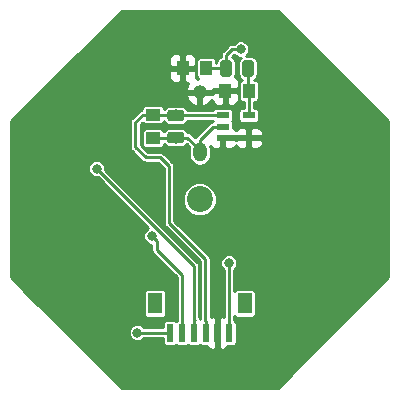
<source format=gbr>
G04 #@! TF.GenerationSoftware,KiCad,Pcbnew,(5.0.0)*
G04 #@! TF.CreationDate,2018-11-17T14:05:54+01:00*
G04 #@! TF.ProjectId,refPhotoDiode_MDversion,72656650686F746F44696F64655F4D44,rev?*
G04 #@! TF.SameCoordinates,Original*
G04 #@! TF.FileFunction,Copper,L2,Bot,Signal*
G04 #@! TF.FilePolarity,Positive*
%FSLAX46Y46*%
G04 Gerber Fmt 4.6, Leading zero omitted, Abs format (unit mm)*
G04 Created by KiCad (PCBNEW (5.0.0)) date 11/17/18 14:05:54*
%MOMM*%
%LPD*%
G01*
G04 APERTURE LIST*
G04 #@! TA.AperFunction,SMDPad,CuDef*
%ADD10R,1.000000X1.250000*%
G04 #@! TD*
G04 #@! TA.AperFunction,Conductor*
%ADD11C,0.100000*%
G04 #@! TD*
G04 #@! TA.AperFunction,SMDPad,CuDef*
%ADD12C,0.975000*%
G04 #@! TD*
G04 #@! TA.AperFunction,SMDPad,CuDef*
%ADD13R,3.300000X0.750000*%
G04 #@! TD*
G04 #@! TA.AperFunction,SMDPad,CuDef*
%ADD14R,0.750000X3.300000*%
G04 #@! TD*
G04 #@! TA.AperFunction,SMDPad,CuDef*
%ADD15C,0.750000*%
G04 #@! TD*
G04 #@! TA.AperFunction,SMDPad,CuDef*
%ADD16R,1.100000X0.600000*%
G04 #@! TD*
G04 #@! TA.AperFunction,SMDPad,CuDef*
%ADD17R,1.250000X1.000000*%
G04 #@! TD*
G04 #@! TA.AperFunction,ComponentPad*
%ADD18O,1.200000X1.600000*%
G04 #@! TD*
G04 #@! TA.AperFunction,ComponentPad*
%ADD19O,1.200000X1.200000*%
G04 #@! TD*
G04 #@! TA.AperFunction,WasherPad*
%ADD20C,2.200000*%
G04 #@! TD*
G04 #@! TA.AperFunction,SMDPad,CuDef*
%ADD21R,0.600000X1.550000*%
G04 #@! TD*
G04 #@! TA.AperFunction,SMDPad,CuDef*
%ADD22R,1.200000X1.800000*%
G04 #@! TD*
G04 #@! TA.AperFunction,ViaPad*
%ADD23C,0.800000*%
G04 #@! TD*
G04 #@! TA.AperFunction,Conductor*
%ADD24C,0.250000*%
G04 #@! TD*
G04 #@! TA.AperFunction,Conductor*
%ADD25C,0.254000*%
G04 #@! TD*
G04 APERTURE END LIST*
D10*
G04 #@! TO.P,C3,1*
G04 #@! TO.N,Net-(C3-Pad1)*
X154170000Y-85815000D03*
G04 #@! TO.P,C3,2*
G04 #@! TO.N,GND*
X152170000Y-85815000D03*
G04 #@! TD*
D11*
G04 #@! TO.N,+5V*
G04 #@! TO.C,L1*
G36*
X152500142Y-83206174D02*
X152523803Y-83209684D01*
X152547007Y-83215496D01*
X152569529Y-83223554D01*
X152591153Y-83233782D01*
X152611670Y-83246079D01*
X152630883Y-83260329D01*
X152648607Y-83276393D01*
X152664671Y-83294117D01*
X152678921Y-83313330D01*
X152691218Y-83333847D01*
X152701446Y-83355471D01*
X152709504Y-83377993D01*
X152715316Y-83401197D01*
X152718826Y-83424858D01*
X152720000Y-83448750D01*
X152720000Y-84361250D01*
X152718826Y-84385142D01*
X152715316Y-84408803D01*
X152709504Y-84432007D01*
X152701446Y-84454529D01*
X152691218Y-84476153D01*
X152678921Y-84496670D01*
X152664671Y-84515883D01*
X152648607Y-84533607D01*
X152630883Y-84549671D01*
X152611670Y-84563921D01*
X152591153Y-84576218D01*
X152569529Y-84586446D01*
X152547007Y-84594504D01*
X152523803Y-84600316D01*
X152500142Y-84603826D01*
X152476250Y-84605000D01*
X151988750Y-84605000D01*
X151964858Y-84603826D01*
X151941197Y-84600316D01*
X151917993Y-84594504D01*
X151895471Y-84586446D01*
X151873847Y-84576218D01*
X151853330Y-84563921D01*
X151834117Y-84549671D01*
X151816393Y-84533607D01*
X151800329Y-84515883D01*
X151786079Y-84496670D01*
X151773782Y-84476153D01*
X151763554Y-84454529D01*
X151755496Y-84432007D01*
X151749684Y-84408803D01*
X151746174Y-84385142D01*
X151745000Y-84361250D01*
X151745000Y-83448750D01*
X151746174Y-83424858D01*
X151749684Y-83401197D01*
X151755496Y-83377993D01*
X151763554Y-83355471D01*
X151773782Y-83333847D01*
X151786079Y-83313330D01*
X151800329Y-83294117D01*
X151816393Y-83276393D01*
X151834117Y-83260329D01*
X151853330Y-83246079D01*
X151873847Y-83233782D01*
X151895471Y-83223554D01*
X151917993Y-83215496D01*
X151941197Y-83209684D01*
X151964858Y-83206174D01*
X151988750Y-83205000D01*
X152476250Y-83205000D01*
X152500142Y-83206174D01*
X152500142Y-83206174D01*
G37*
D12*
G04 #@! TD*
G04 #@! TO.P,L1,1*
G04 #@! TO.N,+5V*
X152232500Y-83905000D03*
D11*
G04 #@! TO.N,Net-(C3-Pad1)*
G04 #@! TO.C,L1*
G36*
X154375142Y-83206174D02*
X154398803Y-83209684D01*
X154422007Y-83215496D01*
X154444529Y-83223554D01*
X154466153Y-83233782D01*
X154486670Y-83246079D01*
X154505883Y-83260329D01*
X154523607Y-83276393D01*
X154539671Y-83294117D01*
X154553921Y-83313330D01*
X154566218Y-83333847D01*
X154576446Y-83355471D01*
X154584504Y-83377993D01*
X154590316Y-83401197D01*
X154593826Y-83424858D01*
X154595000Y-83448750D01*
X154595000Y-84361250D01*
X154593826Y-84385142D01*
X154590316Y-84408803D01*
X154584504Y-84432007D01*
X154576446Y-84454529D01*
X154566218Y-84476153D01*
X154553921Y-84496670D01*
X154539671Y-84515883D01*
X154523607Y-84533607D01*
X154505883Y-84549671D01*
X154486670Y-84563921D01*
X154466153Y-84576218D01*
X154444529Y-84586446D01*
X154422007Y-84594504D01*
X154398803Y-84600316D01*
X154375142Y-84603826D01*
X154351250Y-84605000D01*
X153863750Y-84605000D01*
X153839858Y-84603826D01*
X153816197Y-84600316D01*
X153792993Y-84594504D01*
X153770471Y-84586446D01*
X153748847Y-84576218D01*
X153728330Y-84563921D01*
X153709117Y-84549671D01*
X153691393Y-84533607D01*
X153675329Y-84515883D01*
X153661079Y-84496670D01*
X153648782Y-84476153D01*
X153638554Y-84454529D01*
X153630496Y-84432007D01*
X153624684Y-84408803D01*
X153621174Y-84385142D01*
X153620000Y-84361250D01*
X153620000Y-83448750D01*
X153621174Y-83424858D01*
X153624684Y-83401197D01*
X153630496Y-83377993D01*
X153638554Y-83355471D01*
X153648782Y-83333847D01*
X153661079Y-83313330D01*
X153675329Y-83294117D01*
X153691393Y-83276393D01*
X153709117Y-83260329D01*
X153728330Y-83246079D01*
X153748847Y-83233782D01*
X153770471Y-83223554D01*
X153792993Y-83215496D01*
X153816197Y-83209684D01*
X153839858Y-83206174D01*
X153863750Y-83205000D01*
X154351250Y-83205000D01*
X154375142Y-83206174D01*
X154375142Y-83206174D01*
G37*
D12*
G04 #@! TD*
G04 #@! TO.P,L1,2*
G04 #@! TO.N,Net-(C3-Pad1)*
X154107500Y-83905000D03*
D13*
G04 #@! TO.P,U2,1*
G04 #@! TO.N,GND*
X150000000Y-80350000D03*
X150000000Y-92650000D03*
D14*
X143370000Y-86500000D03*
X156630000Y-86500000D03*
D15*
X155355000Y-80350000D03*
D11*
G04 #@! TD*
G04 #@! TO.N,GND*
G04 #@! TO.C,U2*
G36*
X156255000Y-83275000D02*
X156255000Y-80725000D01*
X153705000Y-80725000D01*
X153705000Y-79975000D01*
X157005000Y-79975000D01*
X157005000Y-83275000D01*
X156255000Y-83275000D01*
X156255000Y-83275000D01*
G37*
D15*
G04 #@! TO.P,U2,1*
G04 #@! TO.N,GND*
X144645000Y-92650000D03*
D11*
G04 #@! TD*
G04 #@! TO.N,GND*
G04 #@! TO.C,U2*
G36*
X143745000Y-89725000D02*
X143745000Y-92275000D01*
X146295000Y-92275000D01*
X146295000Y-93025000D01*
X142995000Y-93025000D01*
X142995000Y-89725000D01*
X143745000Y-89725000D01*
X143745000Y-89725000D01*
G37*
D15*
G04 #@! TO.P,U2,1*
G04 #@! TO.N,GND*
X143370000Y-81625000D03*
D11*
G04 #@! TD*
G04 #@! TO.N,GND*
G04 #@! TO.C,U2*
G36*
X146295000Y-80725000D02*
X143745000Y-80725000D01*
X143745000Y-83275000D01*
X142995000Y-83275000D01*
X142995000Y-79975000D01*
X146295000Y-79975000D01*
X146295000Y-80725000D01*
X146295000Y-80725000D01*
G37*
D15*
G04 #@! TO.P,U2,1*
G04 #@! TO.N,GND*
X156630000Y-91375000D03*
D11*
G04 #@! TD*
G04 #@! TO.N,GND*
G04 #@! TO.C,U2*
G36*
X153705000Y-92275000D02*
X156255000Y-92275000D01*
X156255000Y-89725000D01*
X157005000Y-89725000D01*
X157005000Y-93025000D01*
X153705000Y-93025000D01*
X153705000Y-92275000D01*
X153705000Y-92275000D01*
G37*
D16*
G04 #@! TO.P,U1,1*
G04 #@! TO.N,GND*
X151950000Y-89800000D03*
G04 #@! TO.P,U1,3*
G04 #@! TO.N,/A*
X151950000Y-87900000D03*
G04 #@! TO.P,U1,2*
G04 #@! TO.N,Net-(C1-Pad2)*
X151950000Y-88850000D03*
G04 #@! TO.P,U1,4*
G04 #@! TO.N,Net-(C3-Pad1)*
X154150000Y-87900000D03*
G04 #@! TO.P,U1,5*
G04 #@! TO.N,GND*
X154150000Y-89800000D03*
G04 #@! TD*
D10*
G04 #@! TO.P,C2,2*
G04 #@! TO.N,GND*
X148560000Y-83885000D03*
G04 #@! TO.P,C2,1*
G04 #@! TO.N,+5V*
X150560000Y-83885000D03*
G04 #@! TD*
D17*
G04 #@! TO.P,C1,1*
G04 #@! TO.N,/A*
X146061528Y-87828852D03*
G04 #@! TO.P,C1,2*
G04 #@! TO.N,Net-(C1-Pad2)*
X146061528Y-89828852D03*
G04 #@! TD*
D18*
G04 #@! TO.P,D1,1*
G04 #@! TO.N,Net-(C1-Pad2)*
X150000000Y-91000000D03*
D19*
G04 #@! TO.P,D1,2*
G04 #@! TO.N,GND*
X150000000Y-85920000D03*
G04 #@! TD*
D11*
G04 #@! TO.N,Net-(C1-Pad2)*
G04 #@! TO.C,R1*
G36*
X148441670Y-89280026D02*
X148465331Y-89283536D01*
X148488535Y-89289348D01*
X148511057Y-89297406D01*
X148532681Y-89307634D01*
X148553198Y-89319931D01*
X148572411Y-89334181D01*
X148590135Y-89350245D01*
X148606199Y-89367969D01*
X148620449Y-89387182D01*
X148632746Y-89407699D01*
X148642974Y-89429323D01*
X148651032Y-89451845D01*
X148656844Y-89475049D01*
X148660354Y-89498710D01*
X148661528Y-89522602D01*
X148661528Y-90010102D01*
X148660354Y-90033994D01*
X148656844Y-90057655D01*
X148651032Y-90080859D01*
X148642974Y-90103381D01*
X148632746Y-90125005D01*
X148620449Y-90145522D01*
X148606199Y-90164735D01*
X148590135Y-90182459D01*
X148572411Y-90198523D01*
X148553198Y-90212773D01*
X148532681Y-90225070D01*
X148511057Y-90235298D01*
X148488535Y-90243356D01*
X148465331Y-90249168D01*
X148441670Y-90252678D01*
X148417778Y-90253852D01*
X147505278Y-90253852D01*
X147481386Y-90252678D01*
X147457725Y-90249168D01*
X147434521Y-90243356D01*
X147411999Y-90235298D01*
X147390375Y-90225070D01*
X147369858Y-90212773D01*
X147350645Y-90198523D01*
X147332921Y-90182459D01*
X147316857Y-90164735D01*
X147302607Y-90145522D01*
X147290310Y-90125005D01*
X147280082Y-90103381D01*
X147272024Y-90080859D01*
X147266212Y-90057655D01*
X147262702Y-90033994D01*
X147261528Y-90010102D01*
X147261528Y-89522602D01*
X147262702Y-89498710D01*
X147266212Y-89475049D01*
X147272024Y-89451845D01*
X147280082Y-89429323D01*
X147290310Y-89407699D01*
X147302607Y-89387182D01*
X147316857Y-89367969D01*
X147332921Y-89350245D01*
X147350645Y-89334181D01*
X147369858Y-89319931D01*
X147390375Y-89307634D01*
X147411999Y-89297406D01*
X147434521Y-89289348D01*
X147457725Y-89283536D01*
X147481386Y-89280026D01*
X147505278Y-89278852D01*
X148417778Y-89278852D01*
X148441670Y-89280026D01*
X148441670Y-89280026D01*
G37*
D12*
G04 #@! TD*
G04 #@! TO.P,R1,1*
G04 #@! TO.N,Net-(C1-Pad2)*
X147961528Y-89766352D03*
D11*
G04 #@! TO.N,/A*
G04 #@! TO.C,R1*
G36*
X148441670Y-87405026D02*
X148465331Y-87408536D01*
X148488535Y-87414348D01*
X148511057Y-87422406D01*
X148532681Y-87432634D01*
X148553198Y-87444931D01*
X148572411Y-87459181D01*
X148590135Y-87475245D01*
X148606199Y-87492969D01*
X148620449Y-87512182D01*
X148632746Y-87532699D01*
X148642974Y-87554323D01*
X148651032Y-87576845D01*
X148656844Y-87600049D01*
X148660354Y-87623710D01*
X148661528Y-87647602D01*
X148661528Y-88135102D01*
X148660354Y-88158994D01*
X148656844Y-88182655D01*
X148651032Y-88205859D01*
X148642974Y-88228381D01*
X148632746Y-88250005D01*
X148620449Y-88270522D01*
X148606199Y-88289735D01*
X148590135Y-88307459D01*
X148572411Y-88323523D01*
X148553198Y-88337773D01*
X148532681Y-88350070D01*
X148511057Y-88360298D01*
X148488535Y-88368356D01*
X148465331Y-88374168D01*
X148441670Y-88377678D01*
X148417778Y-88378852D01*
X147505278Y-88378852D01*
X147481386Y-88377678D01*
X147457725Y-88374168D01*
X147434521Y-88368356D01*
X147411999Y-88360298D01*
X147390375Y-88350070D01*
X147369858Y-88337773D01*
X147350645Y-88323523D01*
X147332921Y-88307459D01*
X147316857Y-88289735D01*
X147302607Y-88270522D01*
X147290310Y-88250005D01*
X147280082Y-88228381D01*
X147272024Y-88205859D01*
X147266212Y-88182655D01*
X147262702Y-88158994D01*
X147261528Y-88135102D01*
X147261528Y-87647602D01*
X147262702Y-87623710D01*
X147266212Y-87600049D01*
X147272024Y-87576845D01*
X147280082Y-87554323D01*
X147290310Y-87532699D01*
X147302607Y-87512182D01*
X147316857Y-87492969D01*
X147332921Y-87475245D01*
X147350645Y-87459181D01*
X147369858Y-87444931D01*
X147390375Y-87432634D01*
X147411999Y-87422406D01*
X147434521Y-87414348D01*
X147457725Y-87408536D01*
X147481386Y-87405026D01*
X147505278Y-87403852D01*
X148417778Y-87403852D01*
X148441670Y-87405026D01*
X148441670Y-87405026D01*
G37*
D12*
G04 #@! TD*
G04 #@! TO.P,R1,2*
G04 #@! TO.N,/A*
X147961528Y-87891352D03*
D20*
G04 #@! TO.P,REF\002A\002A,*
G04 #@! TO.N,*
X150000000Y-95000000D03*
G04 #@! TD*
D21*
G04 #@! TO.P,J3,1*
G04 #@! TO.N,+5V*
X152500000Y-106325000D03*
G04 #@! TO.P,J3,2*
G04 #@! TO.N,GND*
X151500000Y-106325000D03*
G04 #@! TO.P,J3,3*
G04 #@! TO.N,/A*
X150500000Y-106325000D03*
G04 #@! TO.P,J3,4*
G04 #@! TO.N,/R*
X149500000Y-106325000D03*
G04 #@! TO.P,J3,5*
G04 #@! TO.N,/G*
X148500000Y-106325000D03*
G04 #@! TO.P,J3,6*
G04 #@! TO.N,/B*
X147500000Y-106325000D03*
D22*
G04 #@! TO.P,J3,MP*
G04 #@! TO.N,N/C*
X153800000Y-103800000D03*
X146200000Y-103800000D03*
G04 #@! TD*
D23*
G04 #@! TO.N,+5V*
X152475000Y-100375000D03*
X153460000Y-82275000D03*
G04 #@! TO.N,GND*
X149500000Y-88875000D03*
X161050000Y-86750000D03*
X140975000Y-86550000D03*
X135400000Y-97725000D03*
X141125000Y-105750000D03*
X159250000Y-105025000D03*
X145050000Y-81650000D03*
X163975000Y-95525000D03*
X136525000Y-89300000D03*
X151375000Y-102300000D03*
X146125000Y-95575000D03*
X152600000Y-97425000D03*
G04 #@! TO.N,/R*
X141275000Y-92400000D03*
G04 #@! TO.N,/B*
X144725000Y-106275000D03*
G04 #@! TO.N,/G*
X145949695Y-98100000D03*
G04 #@! TD*
D24*
G04 #@! TO.N,Net-(C1-Pad2)*
X146125000Y-89762500D02*
X146187500Y-89825000D01*
X151150000Y-88850000D02*
X151950000Y-88850000D01*
X151100000Y-88850000D02*
X151150000Y-88850000D01*
X150000000Y-89950000D02*
X151100000Y-88850000D01*
X150000000Y-91000000D02*
X150000000Y-89950000D01*
X147899028Y-89828852D02*
X147961528Y-89766352D01*
X146061528Y-89828852D02*
X147899028Y-89828852D01*
X150000000Y-90800000D02*
X150000000Y-91000000D01*
X148966352Y-89766352D02*
X150000000Y-90800000D01*
X147961528Y-89766352D02*
X148966352Y-89766352D01*
G04 #@! TO.N,+5V*
X152500000Y-105300000D02*
X152475000Y-105275000D01*
X152500000Y-106325000D02*
X152500000Y-105300000D01*
X152475000Y-105275000D02*
X152475000Y-100375000D01*
X150580000Y-83905000D02*
X150560000Y-83885000D01*
X152232500Y-83905000D02*
X150580000Y-83905000D01*
X152232500Y-83905000D02*
X152232500Y-82772500D01*
X152232500Y-82772500D02*
X152730000Y-82275000D01*
X152730000Y-82275000D02*
X153460000Y-82275000D01*
G04 #@! TO.N,/R*
X149500000Y-106325000D02*
X149500000Y-105300000D01*
X149500000Y-105300000D02*
X149575001Y-105224999D01*
X149500000Y-105224998D02*
X149500000Y-100625000D01*
X149500000Y-100625000D02*
X141275000Y-92400000D01*
G04 #@! TO.N,/B*
X144725000Y-106275000D02*
X147450000Y-106275000D01*
X147450000Y-106275000D02*
X147500000Y-106325000D01*
G04 #@! TO.N,/G*
X148500000Y-101425000D02*
X148500000Y-106325000D01*
X146349694Y-99274694D02*
X148500000Y-101425000D01*
X146349694Y-98499999D02*
X146349694Y-99274694D01*
X145949695Y-98100000D02*
X146349694Y-98499999D01*
G04 #@! TO.N,/A*
X147899028Y-87828852D02*
X147961528Y-87891352D01*
X146061528Y-87828852D02*
X147899028Y-87828852D01*
X151941352Y-87891352D02*
X151950000Y-87900000D01*
X147961528Y-87891352D02*
X151941352Y-87891352D01*
X145186528Y-87828852D02*
X146061528Y-87828852D01*
X144550000Y-88465380D02*
X145186528Y-87828852D01*
X144550000Y-90575000D02*
X144550000Y-88465380D01*
X145425000Y-91450000D02*
X144550000Y-90575000D01*
X146675000Y-91450000D02*
X145425000Y-91450000D01*
X150500000Y-106325000D02*
X150500000Y-105300000D01*
X150475000Y-105275000D02*
X150475000Y-100075000D01*
X150475000Y-100075000D02*
X147400000Y-97000000D01*
X150500000Y-105300000D02*
X150475000Y-105275000D01*
X147400000Y-97000000D02*
X147400000Y-92175000D01*
X147400000Y-92175000D02*
X146675000Y-91450000D01*
G04 #@! TO.N,Net-(C3-Pad1)*
X154107500Y-85752500D02*
X154170000Y-85815000D01*
X154107500Y-83905000D02*
X154107500Y-85752500D01*
X154170000Y-87880000D02*
X154150000Y-87900000D01*
X154170000Y-85815000D02*
X154170000Y-87880000D01*
G04 #@! TD*
D25*
G04 #@! TO.N,GND*
G36*
X165971863Y-88384240D02*
X165971862Y-101615761D01*
X156615763Y-110971862D01*
X143384239Y-110971862D01*
X135312376Y-102900000D01*
X145266594Y-102900000D01*
X145266594Y-104700000D01*
X145291973Y-104827589D01*
X145364246Y-104935754D01*
X145472411Y-105008027D01*
X145600000Y-105033406D01*
X146800000Y-105033406D01*
X146927589Y-105008027D01*
X147035754Y-104935754D01*
X147108027Y-104827589D01*
X147133406Y-104700000D01*
X147133406Y-102900000D01*
X147108027Y-102772411D01*
X147035754Y-102664246D01*
X146927589Y-102591973D01*
X146800000Y-102566594D01*
X145600000Y-102566594D01*
X145472411Y-102591973D01*
X145364246Y-102664246D01*
X145291973Y-102772411D01*
X145266594Y-102900000D01*
X135312376Y-102900000D01*
X134028138Y-101615763D01*
X134028138Y-92255391D01*
X140548000Y-92255391D01*
X140548000Y-92544609D01*
X140658679Y-92811813D01*
X140863187Y-93016321D01*
X141130391Y-93127000D01*
X141362776Y-93127000D01*
X145666274Y-97430498D01*
X145537882Y-97483679D01*
X145333374Y-97688187D01*
X145222695Y-97955391D01*
X145222695Y-98244609D01*
X145333374Y-98511813D01*
X145537882Y-98716321D01*
X145805086Y-98827000D01*
X145897694Y-98827000D01*
X145897695Y-99230172D01*
X145888839Y-99274694D01*
X145923919Y-99451055D01*
X145923920Y-99451056D01*
X146023821Y-99600568D01*
X146061561Y-99625785D01*
X148048000Y-101612225D01*
X148048001Y-105258283D01*
X148000000Y-105290356D01*
X147927589Y-105241973D01*
X147800000Y-105216594D01*
X147200000Y-105216594D01*
X147072411Y-105241973D01*
X146964246Y-105314246D01*
X146891973Y-105422411D01*
X146866594Y-105550000D01*
X146866594Y-105823000D01*
X145301134Y-105823000D01*
X145136813Y-105658679D01*
X144869609Y-105548000D01*
X144580391Y-105548000D01*
X144313187Y-105658679D01*
X144108679Y-105863187D01*
X143998000Y-106130391D01*
X143998000Y-106419609D01*
X144108679Y-106686813D01*
X144313187Y-106891321D01*
X144580391Y-107002000D01*
X144869609Y-107002000D01*
X145136813Y-106891321D01*
X145301134Y-106727000D01*
X146866594Y-106727000D01*
X146866594Y-107100000D01*
X146891973Y-107227589D01*
X146964246Y-107335754D01*
X147072411Y-107408027D01*
X147200000Y-107433406D01*
X147800000Y-107433406D01*
X147927589Y-107408027D01*
X148000000Y-107359644D01*
X148072411Y-107408027D01*
X148200000Y-107433406D01*
X148800000Y-107433406D01*
X148927589Y-107408027D01*
X149000000Y-107359644D01*
X149072411Y-107408027D01*
X149200000Y-107433406D01*
X149800000Y-107433406D01*
X149927589Y-107408027D01*
X150000000Y-107359644D01*
X150072411Y-107408027D01*
X150200000Y-107433406D01*
X150650782Y-107433406D01*
X150661673Y-107459699D01*
X150840302Y-107638327D01*
X151073691Y-107735000D01*
X151214250Y-107735000D01*
X151373000Y-107576250D01*
X151373000Y-106452000D01*
X151353000Y-106452000D01*
X151353000Y-106198000D01*
X151373000Y-106198000D01*
X151373000Y-105073750D01*
X151627000Y-105073750D01*
X151627000Y-106198000D01*
X151647000Y-106198000D01*
X151647000Y-106452000D01*
X151627000Y-106452000D01*
X151627000Y-107576250D01*
X151785750Y-107735000D01*
X151926309Y-107735000D01*
X152159698Y-107638327D01*
X152338327Y-107459699D01*
X152349218Y-107433406D01*
X152800000Y-107433406D01*
X152927589Y-107408027D01*
X153035754Y-107335754D01*
X153108027Y-107227589D01*
X153133406Y-107100000D01*
X153133406Y-105550000D01*
X153108027Y-105422411D01*
X153035754Y-105314246D01*
X152952643Y-105258713D01*
X152949313Y-105241973D01*
X152927000Y-105129797D01*
X152927000Y-104880011D01*
X152964246Y-104935754D01*
X153072411Y-105008027D01*
X153200000Y-105033406D01*
X154400000Y-105033406D01*
X154527589Y-105008027D01*
X154635754Y-104935754D01*
X154708027Y-104827589D01*
X154733406Y-104700000D01*
X154733406Y-102900000D01*
X154708027Y-102772411D01*
X154635754Y-102664246D01*
X154527589Y-102591973D01*
X154400000Y-102566594D01*
X153200000Y-102566594D01*
X153072411Y-102591973D01*
X152964246Y-102664246D01*
X152927000Y-102719989D01*
X152927000Y-100951134D01*
X153091321Y-100786813D01*
X153202000Y-100519609D01*
X153202000Y-100230391D01*
X153091321Y-99963187D01*
X152886813Y-99758679D01*
X152619609Y-99648000D01*
X152330391Y-99648000D01*
X152063187Y-99758679D01*
X151858679Y-99963187D01*
X151748000Y-100230391D01*
X151748000Y-100519609D01*
X151858679Y-100786813D01*
X152023001Y-100951135D01*
X152023000Y-104955051D01*
X151926309Y-104915000D01*
X151785750Y-104915000D01*
X151627000Y-105073750D01*
X151373000Y-105073750D01*
X151214250Y-104915000D01*
X151073691Y-104915000D01*
X150927000Y-104975761D01*
X150927000Y-100119518D01*
X150935855Y-100075000D01*
X150900775Y-99898638D01*
X150826091Y-99786866D01*
X150800874Y-99749126D01*
X150763134Y-99723909D01*
X147852000Y-96812776D01*
X147852000Y-94716152D01*
X148573000Y-94716152D01*
X148573000Y-95283848D01*
X148790247Y-95808331D01*
X149191669Y-96209753D01*
X149716152Y-96427000D01*
X150283848Y-96427000D01*
X150808331Y-96209753D01*
X151209753Y-95808331D01*
X151427000Y-95283848D01*
X151427000Y-94716152D01*
X151209753Y-94191669D01*
X150808331Y-93790247D01*
X150283848Y-93573000D01*
X149716152Y-93573000D01*
X149191669Y-93790247D01*
X148790247Y-94191669D01*
X148573000Y-94716152D01*
X147852000Y-94716152D01*
X147852000Y-92219518D01*
X147860855Y-92175000D01*
X147825775Y-91998638D01*
X147751091Y-91886866D01*
X147725874Y-91849126D01*
X147688133Y-91823908D01*
X147026093Y-91161869D01*
X147000874Y-91124126D01*
X146851362Y-91024225D01*
X146719518Y-90998000D01*
X146675000Y-90989145D01*
X146630482Y-90998000D01*
X145612225Y-90998000D01*
X145002000Y-90387776D01*
X145002000Y-88652604D01*
X145156404Y-88498200D01*
X145200774Y-88564606D01*
X145308939Y-88636879D01*
X145436528Y-88662258D01*
X146686528Y-88662258D01*
X146814117Y-88636879D01*
X146922282Y-88564606D01*
X146994555Y-88456441D01*
X147004794Y-88404967D01*
X147097167Y-88543213D01*
X147284410Y-88668325D01*
X147505278Y-88712258D01*
X148417778Y-88712258D01*
X148638646Y-88668325D01*
X148825889Y-88543213D01*
X148951001Y-88355970D01*
X148953511Y-88343352D01*
X151102505Y-88343352D01*
X151123652Y-88375000D01*
X151112535Y-88391638D01*
X151100000Y-88389145D01*
X151055482Y-88398000D01*
X150923638Y-88424225D01*
X150774126Y-88524126D01*
X150748908Y-88561867D01*
X149711867Y-89598909D01*
X149674127Y-89624126D01*
X149648910Y-89661866D01*
X149648909Y-89661867D01*
X149589701Y-89750477D01*
X149317445Y-89478221D01*
X149292226Y-89440478D01*
X149142714Y-89340577D01*
X149010870Y-89314352D01*
X148966352Y-89305497D01*
X148952305Y-89308291D01*
X148951001Y-89301734D01*
X148825889Y-89114491D01*
X148638646Y-88989379D01*
X148417778Y-88945446D01*
X147505278Y-88945446D01*
X147284410Y-88989379D01*
X147097167Y-89114491D01*
X147004794Y-89252737D01*
X146994555Y-89201263D01*
X146922282Y-89093098D01*
X146814117Y-89020825D01*
X146686528Y-88995446D01*
X145436528Y-88995446D01*
X145308939Y-89020825D01*
X145200774Y-89093098D01*
X145128501Y-89201263D01*
X145103122Y-89328852D01*
X145103122Y-90328852D01*
X145128501Y-90456441D01*
X145200774Y-90564606D01*
X145308939Y-90636879D01*
X145436528Y-90662258D01*
X146686528Y-90662258D01*
X146814117Y-90636879D01*
X146922282Y-90564606D01*
X146994555Y-90456441D01*
X147019934Y-90328852D01*
X147019934Y-90302626D01*
X147097167Y-90418213D01*
X147284410Y-90543325D01*
X147505278Y-90587258D01*
X148417778Y-90587258D01*
X148638646Y-90543325D01*
X148825889Y-90418213D01*
X148887212Y-90326436D01*
X149105597Y-90544822D01*
X149073000Y-90708699D01*
X149073000Y-91291302D01*
X149126785Y-91561697D01*
X149331671Y-91868330D01*
X149638304Y-92073215D01*
X150000000Y-92145161D01*
X150361697Y-92073215D01*
X150668330Y-91868330D01*
X150873215Y-91561697D01*
X150927000Y-91291301D01*
X150927000Y-90708698D01*
X150881394Y-90479419D01*
X151040302Y-90638327D01*
X151273691Y-90735000D01*
X151664250Y-90735000D01*
X151823000Y-90576250D01*
X151823000Y-89927000D01*
X152077000Y-89927000D01*
X152077000Y-90576250D01*
X152235750Y-90735000D01*
X152626309Y-90735000D01*
X152859698Y-90638327D01*
X153038327Y-90459699D01*
X153050000Y-90431518D01*
X153061673Y-90459699D01*
X153240302Y-90638327D01*
X153473691Y-90735000D01*
X153864250Y-90735000D01*
X154023000Y-90576250D01*
X154023000Y-89927000D01*
X154277000Y-89927000D01*
X154277000Y-90576250D01*
X154435750Y-90735000D01*
X154826309Y-90735000D01*
X155059698Y-90638327D01*
X155238327Y-90459699D01*
X155335000Y-90226310D01*
X155335000Y-90085750D01*
X155176250Y-89927000D01*
X154277000Y-89927000D01*
X154023000Y-89927000D01*
X153123750Y-89927000D01*
X153050000Y-90000750D01*
X152976250Y-89927000D01*
X152077000Y-89927000D01*
X151823000Y-89927000D01*
X151803000Y-89927000D01*
X151803000Y-89673000D01*
X151823000Y-89673000D01*
X151823000Y-89653000D01*
X152077000Y-89653000D01*
X152077000Y-89673000D01*
X152976250Y-89673000D01*
X153050000Y-89599250D01*
X153123750Y-89673000D01*
X154023000Y-89673000D01*
X154023000Y-89023750D01*
X154277000Y-89023750D01*
X154277000Y-89673000D01*
X155176250Y-89673000D01*
X155335000Y-89514250D01*
X155335000Y-89373690D01*
X155238327Y-89140301D01*
X155059698Y-88961673D01*
X154826309Y-88865000D01*
X154435750Y-88865000D01*
X154277000Y-89023750D01*
X154023000Y-89023750D01*
X153864250Y-88865000D01*
X153473691Y-88865000D01*
X153240302Y-88961673D01*
X153061673Y-89140301D01*
X153050000Y-89168482D01*
X153038327Y-89140301D01*
X152859698Y-88961673D01*
X152833406Y-88950782D01*
X152833406Y-88550000D01*
X152808027Y-88422411D01*
X152776348Y-88375000D01*
X152808027Y-88327589D01*
X152833406Y-88200000D01*
X152833406Y-87600000D01*
X152808027Y-87472411D01*
X152735754Y-87364246D01*
X152627589Y-87291973D01*
X152500000Y-87266594D01*
X151400000Y-87266594D01*
X151272411Y-87291973D01*
X151164246Y-87364246D01*
X151114062Y-87439352D01*
X148953511Y-87439352D01*
X148951001Y-87426734D01*
X148825889Y-87239491D01*
X148638646Y-87114379D01*
X148417778Y-87070446D01*
X147505278Y-87070446D01*
X147284410Y-87114379D01*
X147097167Y-87239491D01*
X147019934Y-87355078D01*
X147019934Y-87328852D01*
X146994555Y-87201263D01*
X146922282Y-87093098D01*
X146814117Y-87020825D01*
X146686528Y-86995446D01*
X145436528Y-86995446D01*
X145308939Y-87020825D01*
X145200774Y-87093098D01*
X145128501Y-87201263D01*
X145103122Y-87328852D01*
X145103122Y-87384587D01*
X145010166Y-87403077D01*
X144860654Y-87502978D01*
X144835435Y-87540721D01*
X144261867Y-88114289D01*
X144224127Y-88139506D01*
X144198910Y-88177246D01*
X144198909Y-88177247D01*
X144124225Y-88289019D01*
X144089145Y-88465380D01*
X144098001Y-88509902D01*
X144098000Y-90530482D01*
X144089145Y-90575000D01*
X144098000Y-90619517D01*
X144124225Y-90751361D01*
X144224126Y-90900874D01*
X144261869Y-90926093D01*
X145073908Y-91738133D01*
X145099126Y-91775874D01*
X145136866Y-91801091D01*
X145248638Y-91875775D01*
X145425000Y-91910855D01*
X145469518Y-91902000D01*
X146487776Y-91902000D01*
X146948001Y-92362226D01*
X146948000Y-96955482D01*
X146939145Y-97000000D01*
X146948000Y-97044517D01*
X146974225Y-97176361D01*
X147074126Y-97325874D01*
X147111869Y-97351093D01*
X150023001Y-100262226D01*
X150023000Y-105160369D01*
X150000775Y-105048638D01*
X149952000Y-104975641D01*
X149952000Y-100669518D01*
X149960855Y-100625000D01*
X149925775Y-100448638D01*
X149825874Y-100299126D01*
X149788131Y-100273907D01*
X142002000Y-92487776D01*
X142002000Y-92255391D01*
X141891321Y-91988187D01*
X141686813Y-91783679D01*
X141419609Y-91673000D01*
X141130391Y-91673000D01*
X140863187Y-91783679D01*
X140658679Y-91988187D01*
X140548000Y-92255391D01*
X134028138Y-92255391D01*
X134028138Y-88384237D01*
X136174764Y-86237611D01*
X148806528Y-86237611D01*
X149018920Y-86670156D01*
X149380673Y-86988497D01*
X149682391Y-87113462D01*
X149873000Y-86988731D01*
X149873000Y-86047000D01*
X150127000Y-86047000D01*
X150127000Y-86988731D01*
X150317609Y-87113462D01*
X150619327Y-86988497D01*
X150981080Y-86670156D01*
X151035000Y-86560346D01*
X151035000Y-86566310D01*
X151131673Y-86799699D01*
X151310302Y-86978327D01*
X151543691Y-87075000D01*
X151884250Y-87075000D01*
X152043000Y-86916250D01*
X152043000Y-85942000D01*
X152297000Y-85942000D01*
X152297000Y-86916250D01*
X152455750Y-87075000D01*
X152796309Y-87075000D01*
X153029698Y-86978327D01*
X153208327Y-86799699D01*
X153305000Y-86566310D01*
X153305000Y-86100750D01*
X153146250Y-85942000D01*
X152297000Y-85942000D01*
X152043000Y-85942000D01*
X151193750Y-85942000D01*
X151077208Y-86058542D01*
X151069714Y-86047000D01*
X150127000Y-86047000D01*
X149873000Y-86047000D01*
X148930286Y-86047000D01*
X148806528Y-86237611D01*
X136174764Y-86237611D01*
X138241625Y-84170750D01*
X147425000Y-84170750D01*
X147425000Y-84636310D01*
X147521673Y-84869699D01*
X147700302Y-85048327D01*
X147933691Y-85145000D01*
X148274250Y-85145000D01*
X148433000Y-84986250D01*
X148433000Y-84012000D01*
X148687000Y-84012000D01*
X148687000Y-84986250D01*
X148845750Y-85145000D01*
X149047152Y-85145000D01*
X149018920Y-85169844D01*
X148806528Y-85602389D01*
X148930286Y-85793000D01*
X149873000Y-85793000D01*
X149873000Y-85773000D01*
X150127000Y-85773000D01*
X150127000Y-85793000D01*
X151069714Y-85793000D01*
X151159879Y-85654129D01*
X151193750Y-85688000D01*
X152043000Y-85688000D01*
X152043000Y-85668000D01*
X152297000Y-85668000D01*
X152297000Y-85688000D01*
X153146250Y-85688000D01*
X153305000Y-85529250D01*
X153305000Y-85063690D01*
X153208327Y-84830301D01*
X153029698Y-84651673D01*
X152977457Y-84630034D01*
X153009473Y-84582118D01*
X153053406Y-84361250D01*
X153053406Y-83448750D01*
X153009473Y-83227882D01*
X152884361Y-83040639D01*
X152716048Y-82928176D01*
X152900545Y-82743679D01*
X153048187Y-82891321D01*
X153315391Y-83002000D01*
X153513466Y-83002000D01*
X153455639Y-83040639D01*
X153330527Y-83227882D01*
X153286594Y-83448750D01*
X153286594Y-84361250D01*
X153330527Y-84582118D01*
X153455639Y-84769361D01*
X153605418Y-84869440D01*
X153542411Y-84881973D01*
X153434246Y-84954246D01*
X153361973Y-85062411D01*
X153336594Y-85190000D01*
X153336594Y-86440000D01*
X153361973Y-86567589D01*
X153434246Y-86675754D01*
X153542411Y-86748027D01*
X153670000Y-86773406D01*
X153718000Y-86773406D01*
X153718001Y-87266594D01*
X153600000Y-87266594D01*
X153472411Y-87291973D01*
X153364246Y-87364246D01*
X153291973Y-87472411D01*
X153266594Y-87600000D01*
X153266594Y-88200000D01*
X153291973Y-88327589D01*
X153364246Y-88435754D01*
X153472411Y-88508027D01*
X153600000Y-88533406D01*
X154700000Y-88533406D01*
X154827589Y-88508027D01*
X154935754Y-88435754D01*
X155008027Y-88327589D01*
X155033406Y-88200000D01*
X155033406Y-87600000D01*
X155008027Y-87472411D01*
X154935754Y-87364246D01*
X154827589Y-87291973D01*
X154700000Y-87266594D01*
X154622000Y-87266594D01*
X154622000Y-86773406D01*
X154670000Y-86773406D01*
X154797589Y-86748027D01*
X154905754Y-86675754D01*
X154978027Y-86567589D01*
X155003406Y-86440000D01*
X155003406Y-85190000D01*
X154978027Y-85062411D01*
X154905754Y-84954246D01*
X154797589Y-84881973D01*
X154670000Y-84856594D01*
X154628808Y-84856594D01*
X154759361Y-84769361D01*
X154884473Y-84582118D01*
X154928406Y-84361250D01*
X154928406Y-83448750D01*
X154884473Y-83227882D01*
X154759361Y-83040639D01*
X154572118Y-82915527D01*
X154351250Y-82871594D01*
X153891540Y-82871594D01*
X154076321Y-82686813D01*
X154187000Y-82419609D01*
X154187000Y-82130391D01*
X154076321Y-81863187D01*
X153871813Y-81658679D01*
X153604609Y-81548000D01*
X153315391Y-81548000D01*
X153048187Y-81658679D01*
X152883866Y-81823000D01*
X152774516Y-81823000D01*
X152729999Y-81814145D01*
X152685483Y-81823000D01*
X152685482Y-81823000D01*
X152553638Y-81849225D01*
X152404126Y-81949126D01*
X152378908Y-81986867D01*
X151944367Y-82421409D01*
X151906627Y-82446626D01*
X151881410Y-82484366D01*
X151881409Y-82484367D01*
X151806725Y-82596139D01*
X151771645Y-82772500D01*
X151780501Y-82817022D01*
X151780501Y-82913017D01*
X151767882Y-82915527D01*
X151580639Y-83040639D01*
X151455527Y-83227882D01*
X151411594Y-83448750D01*
X151411594Y-83453000D01*
X151393406Y-83453000D01*
X151393406Y-83260000D01*
X151368027Y-83132411D01*
X151295754Y-83024246D01*
X151187589Y-82951973D01*
X151060000Y-82926594D01*
X150060000Y-82926594D01*
X149932411Y-82951973D01*
X149824246Y-83024246D01*
X149751973Y-83132411D01*
X149726594Y-83260000D01*
X149726594Y-84510000D01*
X149751973Y-84637589D01*
X149824246Y-84745754D01*
X149872998Y-84778329D01*
X149872998Y-84851268D01*
X149682391Y-84726538D01*
X149652498Y-84738919D01*
X149695000Y-84636310D01*
X149695000Y-84170750D01*
X149536250Y-84012000D01*
X148687000Y-84012000D01*
X148433000Y-84012000D01*
X147583750Y-84012000D01*
X147425000Y-84170750D01*
X138241625Y-84170750D01*
X139278685Y-83133690D01*
X147425000Y-83133690D01*
X147425000Y-83599250D01*
X147583750Y-83758000D01*
X148433000Y-83758000D01*
X148433000Y-82783750D01*
X148687000Y-82783750D01*
X148687000Y-83758000D01*
X149536250Y-83758000D01*
X149695000Y-83599250D01*
X149695000Y-83133690D01*
X149598327Y-82900301D01*
X149419698Y-82721673D01*
X149186309Y-82625000D01*
X148845750Y-82625000D01*
X148687000Y-82783750D01*
X148433000Y-82783750D01*
X148274250Y-82625000D01*
X147933691Y-82625000D01*
X147700302Y-82721673D01*
X147521673Y-82900301D01*
X147425000Y-83133690D01*
X139278685Y-83133690D01*
X143384239Y-79028138D01*
X156615763Y-79028138D01*
X165971863Y-88384240D01*
X165971863Y-88384240D01*
G37*
X165971863Y-88384240D02*
X165971862Y-101615761D01*
X156615763Y-110971862D01*
X143384239Y-110971862D01*
X135312376Y-102900000D01*
X145266594Y-102900000D01*
X145266594Y-104700000D01*
X145291973Y-104827589D01*
X145364246Y-104935754D01*
X145472411Y-105008027D01*
X145600000Y-105033406D01*
X146800000Y-105033406D01*
X146927589Y-105008027D01*
X147035754Y-104935754D01*
X147108027Y-104827589D01*
X147133406Y-104700000D01*
X147133406Y-102900000D01*
X147108027Y-102772411D01*
X147035754Y-102664246D01*
X146927589Y-102591973D01*
X146800000Y-102566594D01*
X145600000Y-102566594D01*
X145472411Y-102591973D01*
X145364246Y-102664246D01*
X145291973Y-102772411D01*
X145266594Y-102900000D01*
X135312376Y-102900000D01*
X134028138Y-101615763D01*
X134028138Y-92255391D01*
X140548000Y-92255391D01*
X140548000Y-92544609D01*
X140658679Y-92811813D01*
X140863187Y-93016321D01*
X141130391Y-93127000D01*
X141362776Y-93127000D01*
X145666274Y-97430498D01*
X145537882Y-97483679D01*
X145333374Y-97688187D01*
X145222695Y-97955391D01*
X145222695Y-98244609D01*
X145333374Y-98511813D01*
X145537882Y-98716321D01*
X145805086Y-98827000D01*
X145897694Y-98827000D01*
X145897695Y-99230172D01*
X145888839Y-99274694D01*
X145923919Y-99451055D01*
X145923920Y-99451056D01*
X146023821Y-99600568D01*
X146061561Y-99625785D01*
X148048000Y-101612225D01*
X148048001Y-105258283D01*
X148000000Y-105290356D01*
X147927589Y-105241973D01*
X147800000Y-105216594D01*
X147200000Y-105216594D01*
X147072411Y-105241973D01*
X146964246Y-105314246D01*
X146891973Y-105422411D01*
X146866594Y-105550000D01*
X146866594Y-105823000D01*
X145301134Y-105823000D01*
X145136813Y-105658679D01*
X144869609Y-105548000D01*
X144580391Y-105548000D01*
X144313187Y-105658679D01*
X144108679Y-105863187D01*
X143998000Y-106130391D01*
X143998000Y-106419609D01*
X144108679Y-106686813D01*
X144313187Y-106891321D01*
X144580391Y-107002000D01*
X144869609Y-107002000D01*
X145136813Y-106891321D01*
X145301134Y-106727000D01*
X146866594Y-106727000D01*
X146866594Y-107100000D01*
X146891973Y-107227589D01*
X146964246Y-107335754D01*
X147072411Y-107408027D01*
X147200000Y-107433406D01*
X147800000Y-107433406D01*
X147927589Y-107408027D01*
X148000000Y-107359644D01*
X148072411Y-107408027D01*
X148200000Y-107433406D01*
X148800000Y-107433406D01*
X148927589Y-107408027D01*
X149000000Y-107359644D01*
X149072411Y-107408027D01*
X149200000Y-107433406D01*
X149800000Y-107433406D01*
X149927589Y-107408027D01*
X150000000Y-107359644D01*
X150072411Y-107408027D01*
X150200000Y-107433406D01*
X150650782Y-107433406D01*
X150661673Y-107459699D01*
X150840302Y-107638327D01*
X151073691Y-107735000D01*
X151214250Y-107735000D01*
X151373000Y-107576250D01*
X151373000Y-106452000D01*
X151353000Y-106452000D01*
X151353000Y-106198000D01*
X151373000Y-106198000D01*
X151373000Y-105073750D01*
X151627000Y-105073750D01*
X151627000Y-106198000D01*
X151647000Y-106198000D01*
X151647000Y-106452000D01*
X151627000Y-106452000D01*
X151627000Y-107576250D01*
X151785750Y-107735000D01*
X151926309Y-107735000D01*
X152159698Y-107638327D01*
X152338327Y-107459699D01*
X152349218Y-107433406D01*
X152800000Y-107433406D01*
X152927589Y-107408027D01*
X153035754Y-107335754D01*
X153108027Y-107227589D01*
X153133406Y-107100000D01*
X153133406Y-105550000D01*
X153108027Y-105422411D01*
X153035754Y-105314246D01*
X152952643Y-105258713D01*
X152949313Y-105241973D01*
X152927000Y-105129797D01*
X152927000Y-104880011D01*
X152964246Y-104935754D01*
X153072411Y-105008027D01*
X153200000Y-105033406D01*
X154400000Y-105033406D01*
X154527589Y-105008027D01*
X154635754Y-104935754D01*
X154708027Y-104827589D01*
X154733406Y-104700000D01*
X154733406Y-102900000D01*
X154708027Y-102772411D01*
X154635754Y-102664246D01*
X154527589Y-102591973D01*
X154400000Y-102566594D01*
X153200000Y-102566594D01*
X153072411Y-102591973D01*
X152964246Y-102664246D01*
X152927000Y-102719989D01*
X152927000Y-100951134D01*
X153091321Y-100786813D01*
X153202000Y-100519609D01*
X153202000Y-100230391D01*
X153091321Y-99963187D01*
X152886813Y-99758679D01*
X152619609Y-99648000D01*
X152330391Y-99648000D01*
X152063187Y-99758679D01*
X151858679Y-99963187D01*
X151748000Y-100230391D01*
X151748000Y-100519609D01*
X151858679Y-100786813D01*
X152023001Y-100951135D01*
X152023000Y-104955051D01*
X151926309Y-104915000D01*
X151785750Y-104915000D01*
X151627000Y-105073750D01*
X151373000Y-105073750D01*
X151214250Y-104915000D01*
X151073691Y-104915000D01*
X150927000Y-104975761D01*
X150927000Y-100119518D01*
X150935855Y-100075000D01*
X150900775Y-99898638D01*
X150826091Y-99786866D01*
X150800874Y-99749126D01*
X150763134Y-99723909D01*
X147852000Y-96812776D01*
X147852000Y-94716152D01*
X148573000Y-94716152D01*
X148573000Y-95283848D01*
X148790247Y-95808331D01*
X149191669Y-96209753D01*
X149716152Y-96427000D01*
X150283848Y-96427000D01*
X150808331Y-96209753D01*
X151209753Y-95808331D01*
X151427000Y-95283848D01*
X151427000Y-94716152D01*
X151209753Y-94191669D01*
X150808331Y-93790247D01*
X150283848Y-93573000D01*
X149716152Y-93573000D01*
X149191669Y-93790247D01*
X148790247Y-94191669D01*
X148573000Y-94716152D01*
X147852000Y-94716152D01*
X147852000Y-92219518D01*
X147860855Y-92175000D01*
X147825775Y-91998638D01*
X147751091Y-91886866D01*
X147725874Y-91849126D01*
X147688133Y-91823908D01*
X147026093Y-91161869D01*
X147000874Y-91124126D01*
X146851362Y-91024225D01*
X146719518Y-90998000D01*
X146675000Y-90989145D01*
X146630482Y-90998000D01*
X145612225Y-90998000D01*
X145002000Y-90387776D01*
X145002000Y-88652604D01*
X145156404Y-88498200D01*
X145200774Y-88564606D01*
X145308939Y-88636879D01*
X145436528Y-88662258D01*
X146686528Y-88662258D01*
X146814117Y-88636879D01*
X146922282Y-88564606D01*
X146994555Y-88456441D01*
X147004794Y-88404967D01*
X147097167Y-88543213D01*
X147284410Y-88668325D01*
X147505278Y-88712258D01*
X148417778Y-88712258D01*
X148638646Y-88668325D01*
X148825889Y-88543213D01*
X148951001Y-88355970D01*
X148953511Y-88343352D01*
X151102505Y-88343352D01*
X151123652Y-88375000D01*
X151112535Y-88391638D01*
X151100000Y-88389145D01*
X151055482Y-88398000D01*
X150923638Y-88424225D01*
X150774126Y-88524126D01*
X150748908Y-88561867D01*
X149711867Y-89598909D01*
X149674127Y-89624126D01*
X149648910Y-89661866D01*
X149648909Y-89661867D01*
X149589701Y-89750477D01*
X149317445Y-89478221D01*
X149292226Y-89440478D01*
X149142714Y-89340577D01*
X149010870Y-89314352D01*
X148966352Y-89305497D01*
X148952305Y-89308291D01*
X148951001Y-89301734D01*
X148825889Y-89114491D01*
X148638646Y-88989379D01*
X148417778Y-88945446D01*
X147505278Y-88945446D01*
X147284410Y-88989379D01*
X147097167Y-89114491D01*
X147004794Y-89252737D01*
X146994555Y-89201263D01*
X146922282Y-89093098D01*
X146814117Y-89020825D01*
X146686528Y-88995446D01*
X145436528Y-88995446D01*
X145308939Y-89020825D01*
X145200774Y-89093098D01*
X145128501Y-89201263D01*
X145103122Y-89328852D01*
X145103122Y-90328852D01*
X145128501Y-90456441D01*
X145200774Y-90564606D01*
X145308939Y-90636879D01*
X145436528Y-90662258D01*
X146686528Y-90662258D01*
X146814117Y-90636879D01*
X146922282Y-90564606D01*
X146994555Y-90456441D01*
X147019934Y-90328852D01*
X147019934Y-90302626D01*
X147097167Y-90418213D01*
X147284410Y-90543325D01*
X147505278Y-90587258D01*
X148417778Y-90587258D01*
X148638646Y-90543325D01*
X148825889Y-90418213D01*
X148887212Y-90326436D01*
X149105597Y-90544822D01*
X149073000Y-90708699D01*
X149073000Y-91291302D01*
X149126785Y-91561697D01*
X149331671Y-91868330D01*
X149638304Y-92073215D01*
X150000000Y-92145161D01*
X150361697Y-92073215D01*
X150668330Y-91868330D01*
X150873215Y-91561697D01*
X150927000Y-91291301D01*
X150927000Y-90708698D01*
X150881394Y-90479419D01*
X151040302Y-90638327D01*
X151273691Y-90735000D01*
X151664250Y-90735000D01*
X151823000Y-90576250D01*
X151823000Y-89927000D01*
X152077000Y-89927000D01*
X152077000Y-90576250D01*
X152235750Y-90735000D01*
X152626309Y-90735000D01*
X152859698Y-90638327D01*
X153038327Y-90459699D01*
X153050000Y-90431518D01*
X153061673Y-90459699D01*
X153240302Y-90638327D01*
X153473691Y-90735000D01*
X153864250Y-90735000D01*
X154023000Y-90576250D01*
X154023000Y-89927000D01*
X154277000Y-89927000D01*
X154277000Y-90576250D01*
X154435750Y-90735000D01*
X154826309Y-90735000D01*
X155059698Y-90638327D01*
X155238327Y-90459699D01*
X155335000Y-90226310D01*
X155335000Y-90085750D01*
X155176250Y-89927000D01*
X154277000Y-89927000D01*
X154023000Y-89927000D01*
X153123750Y-89927000D01*
X153050000Y-90000750D01*
X152976250Y-89927000D01*
X152077000Y-89927000D01*
X151823000Y-89927000D01*
X151803000Y-89927000D01*
X151803000Y-89673000D01*
X151823000Y-89673000D01*
X151823000Y-89653000D01*
X152077000Y-89653000D01*
X152077000Y-89673000D01*
X152976250Y-89673000D01*
X153050000Y-89599250D01*
X153123750Y-89673000D01*
X154023000Y-89673000D01*
X154023000Y-89023750D01*
X154277000Y-89023750D01*
X154277000Y-89673000D01*
X155176250Y-89673000D01*
X155335000Y-89514250D01*
X155335000Y-89373690D01*
X155238327Y-89140301D01*
X155059698Y-88961673D01*
X154826309Y-88865000D01*
X154435750Y-88865000D01*
X154277000Y-89023750D01*
X154023000Y-89023750D01*
X153864250Y-88865000D01*
X153473691Y-88865000D01*
X153240302Y-88961673D01*
X153061673Y-89140301D01*
X153050000Y-89168482D01*
X153038327Y-89140301D01*
X152859698Y-88961673D01*
X152833406Y-88950782D01*
X152833406Y-88550000D01*
X152808027Y-88422411D01*
X152776348Y-88375000D01*
X152808027Y-88327589D01*
X152833406Y-88200000D01*
X152833406Y-87600000D01*
X152808027Y-87472411D01*
X152735754Y-87364246D01*
X152627589Y-87291973D01*
X152500000Y-87266594D01*
X151400000Y-87266594D01*
X151272411Y-87291973D01*
X151164246Y-87364246D01*
X151114062Y-87439352D01*
X148953511Y-87439352D01*
X148951001Y-87426734D01*
X148825889Y-87239491D01*
X148638646Y-87114379D01*
X148417778Y-87070446D01*
X147505278Y-87070446D01*
X147284410Y-87114379D01*
X147097167Y-87239491D01*
X147019934Y-87355078D01*
X147019934Y-87328852D01*
X146994555Y-87201263D01*
X146922282Y-87093098D01*
X146814117Y-87020825D01*
X146686528Y-86995446D01*
X145436528Y-86995446D01*
X145308939Y-87020825D01*
X145200774Y-87093098D01*
X145128501Y-87201263D01*
X145103122Y-87328852D01*
X145103122Y-87384587D01*
X145010166Y-87403077D01*
X144860654Y-87502978D01*
X144835435Y-87540721D01*
X144261867Y-88114289D01*
X144224127Y-88139506D01*
X144198910Y-88177246D01*
X144198909Y-88177247D01*
X144124225Y-88289019D01*
X144089145Y-88465380D01*
X144098001Y-88509902D01*
X144098000Y-90530482D01*
X144089145Y-90575000D01*
X144098000Y-90619517D01*
X144124225Y-90751361D01*
X144224126Y-90900874D01*
X144261869Y-90926093D01*
X145073908Y-91738133D01*
X145099126Y-91775874D01*
X145136866Y-91801091D01*
X145248638Y-91875775D01*
X145425000Y-91910855D01*
X145469518Y-91902000D01*
X146487776Y-91902000D01*
X146948001Y-92362226D01*
X146948000Y-96955482D01*
X146939145Y-97000000D01*
X146948000Y-97044517D01*
X146974225Y-97176361D01*
X147074126Y-97325874D01*
X147111869Y-97351093D01*
X150023001Y-100262226D01*
X150023000Y-105160369D01*
X150000775Y-105048638D01*
X149952000Y-104975641D01*
X149952000Y-100669518D01*
X149960855Y-100625000D01*
X149925775Y-100448638D01*
X149825874Y-100299126D01*
X149788131Y-100273907D01*
X142002000Y-92487776D01*
X142002000Y-92255391D01*
X141891321Y-91988187D01*
X141686813Y-91783679D01*
X141419609Y-91673000D01*
X141130391Y-91673000D01*
X140863187Y-91783679D01*
X140658679Y-91988187D01*
X140548000Y-92255391D01*
X134028138Y-92255391D01*
X134028138Y-88384237D01*
X136174764Y-86237611D01*
X148806528Y-86237611D01*
X149018920Y-86670156D01*
X149380673Y-86988497D01*
X149682391Y-87113462D01*
X149873000Y-86988731D01*
X149873000Y-86047000D01*
X150127000Y-86047000D01*
X150127000Y-86988731D01*
X150317609Y-87113462D01*
X150619327Y-86988497D01*
X150981080Y-86670156D01*
X151035000Y-86560346D01*
X151035000Y-86566310D01*
X151131673Y-86799699D01*
X151310302Y-86978327D01*
X151543691Y-87075000D01*
X151884250Y-87075000D01*
X152043000Y-86916250D01*
X152043000Y-85942000D01*
X152297000Y-85942000D01*
X152297000Y-86916250D01*
X152455750Y-87075000D01*
X152796309Y-87075000D01*
X153029698Y-86978327D01*
X153208327Y-86799699D01*
X153305000Y-86566310D01*
X153305000Y-86100750D01*
X153146250Y-85942000D01*
X152297000Y-85942000D01*
X152043000Y-85942000D01*
X151193750Y-85942000D01*
X151077208Y-86058542D01*
X151069714Y-86047000D01*
X150127000Y-86047000D01*
X149873000Y-86047000D01*
X148930286Y-86047000D01*
X148806528Y-86237611D01*
X136174764Y-86237611D01*
X138241625Y-84170750D01*
X147425000Y-84170750D01*
X147425000Y-84636310D01*
X147521673Y-84869699D01*
X147700302Y-85048327D01*
X147933691Y-85145000D01*
X148274250Y-85145000D01*
X148433000Y-84986250D01*
X148433000Y-84012000D01*
X148687000Y-84012000D01*
X148687000Y-84986250D01*
X148845750Y-85145000D01*
X149047152Y-85145000D01*
X149018920Y-85169844D01*
X148806528Y-85602389D01*
X148930286Y-85793000D01*
X149873000Y-85793000D01*
X149873000Y-85773000D01*
X150127000Y-85773000D01*
X150127000Y-85793000D01*
X151069714Y-85793000D01*
X151159879Y-85654129D01*
X151193750Y-85688000D01*
X152043000Y-85688000D01*
X152043000Y-85668000D01*
X152297000Y-85668000D01*
X152297000Y-85688000D01*
X153146250Y-85688000D01*
X153305000Y-85529250D01*
X153305000Y-85063690D01*
X153208327Y-84830301D01*
X153029698Y-84651673D01*
X152977457Y-84630034D01*
X153009473Y-84582118D01*
X153053406Y-84361250D01*
X153053406Y-83448750D01*
X153009473Y-83227882D01*
X152884361Y-83040639D01*
X152716048Y-82928176D01*
X152900545Y-82743679D01*
X153048187Y-82891321D01*
X153315391Y-83002000D01*
X153513466Y-83002000D01*
X153455639Y-83040639D01*
X153330527Y-83227882D01*
X153286594Y-83448750D01*
X153286594Y-84361250D01*
X153330527Y-84582118D01*
X153455639Y-84769361D01*
X153605418Y-84869440D01*
X153542411Y-84881973D01*
X153434246Y-84954246D01*
X153361973Y-85062411D01*
X153336594Y-85190000D01*
X153336594Y-86440000D01*
X153361973Y-86567589D01*
X153434246Y-86675754D01*
X153542411Y-86748027D01*
X153670000Y-86773406D01*
X153718000Y-86773406D01*
X153718001Y-87266594D01*
X153600000Y-87266594D01*
X153472411Y-87291973D01*
X153364246Y-87364246D01*
X153291973Y-87472411D01*
X153266594Y-87600000D01*
X153266594Y-88200000D01*
X153291973Y-88327589D01*
X153364246Y-88435754D01*
X153472411Y-88508027D01*
X153600000Y-88533406D01*
X154700000Y-88533406D01*
X154827589Y-88508027D01*
X154935754Y-88435754D01*
X155008027Y-88327589D01*
X155033406Y-88200000D01*
X155033406Y-87600000D01*
X155008027Y-87472411D01*
X154935754Y-87364246D01*
X154827589Y-87291973D01*
X154700000Y-87266594D01*
X154622000Y-87266594D01*
X154622000Y-86773406D01*
X154670000Y-86773406D01*
X154797589Y-86748027D01*
X154905754Y-86675754D01*
X154978027Y-86567589D01*
X155003406Y-86440000D01*
X155003406Y-85190000D01*
X154978027Y-85062411D01*
X154905754Y-84954246D01*
X154797589Y-84881973D01*
X154670000Y-84856594D01*
X154628808Y-84856594D01*
X154759361Y-84769361D01*
X154884473Y-84582118D01*
X154928406Y-84361250D01*
X154928406Y-83448750D01*
X154884473Y-83227882D01*
X154759361Y-83040639D01*
X154572118Y-82915527D01*
X154351250Y-82871594D01*
X153891540Y-82871594D01*
X154076321Y-82686813D01*
X154187000Y-82419609D01*
X154187000Y-82130391D01*
X154076321Y-81863187D01*
X153871813Y-81658679D01*
X153604609Y-81548000D01*
X153315391Y-81548000D01*
X153048187Y-81658679D01*
X152883866Y-81823000D01*
X152774516Y-81823000D01*
X152729999Y-81814145D01*
X152685483Y-81823000D01*
X152685482Y-81823000D01*
X152553638Y-81849225D01*
X152404126Y-81949126D01*
X152378908Y-81986867D01*
X151944367Y-82421409D01*
X151906627Y-82446626D01*
X151881410Y-82484366D01*
X151881409Y-82484367D01*
X151806725Y-82596139D01*
X151771645Y-82772500D01*
X151780501Y-82817022D01*
X151780501Y-82913017D01*
X151767882Y-82915527D01*
X151580639Y-83040639D01*
X151455527Y-83227882D01*
X151411594Y-83448750D01*
X151411594Y-83453000D01*
X151393406Y-83453000D01*
X151393406Y-83260000D01*
X151368027Y-83132411D01*
X151295754Y-83024246D01*
X151187589Y-82951973D01*
X151060000Y-82926594D01*
X150060000Y-82926594D01*
X149932411Y-82951973D01*
X149824246Y-83024246D01*
X149751973Y-83132411D01*
X149726594Y-83260000D01*
X149726594Y-84510000D01*
X149751973Y-84637589D01*
X149824246Y-84745754D01*
X149872998Y-84778329D01*
X149872998Y-84851268D01*
X149682391Y-84726538D01*
X149652498Y-84738919D01*
X149695000Y-84636310D01*
X149695000Y-84170750D01*
X149536250Y-84012000D01*
X148687000Y-84012000D01*
X148433000Y-84012000D01*
X147583750Y-84012000D01*
X147425000Y-84170750D01*
X138241625Y-84170750D01*
X139278685Y-83133690D01*
X147425000Y-83133690D01*
X147425000Y-83599250D01*
X147583750Y-83758000D01*
X148433000Y-83758000D01*
X148433000Y-82783750D01*
X148687000Y-82783750D01*
X148687000Y-83758000D01*
X149536250Y-83758000D01*
X149695000Y-83599250D01*
X149695000Y-83133690D01*
X149598327Y-82900301D01*
X149419698Y-82721673D01*
X149186309Y-82625000D01*
X148845750Y-82625000D01*
X148687000Y-82783750D01*
X148433000Y-82783750D01*
X148274250Y-82625000D01*
X147933691Y-82625000D01*
X147700302Y-82721673D01*
X147521673Y-82900301D01*
X147425000Y-83133690D01*
X139278685Y-83133690D01*
X143384239Y-79028138D01*
X156615763Y-79028138D01*
X165971863Y-88384240D01*
G04 #@! TD*
M02*

</source>
